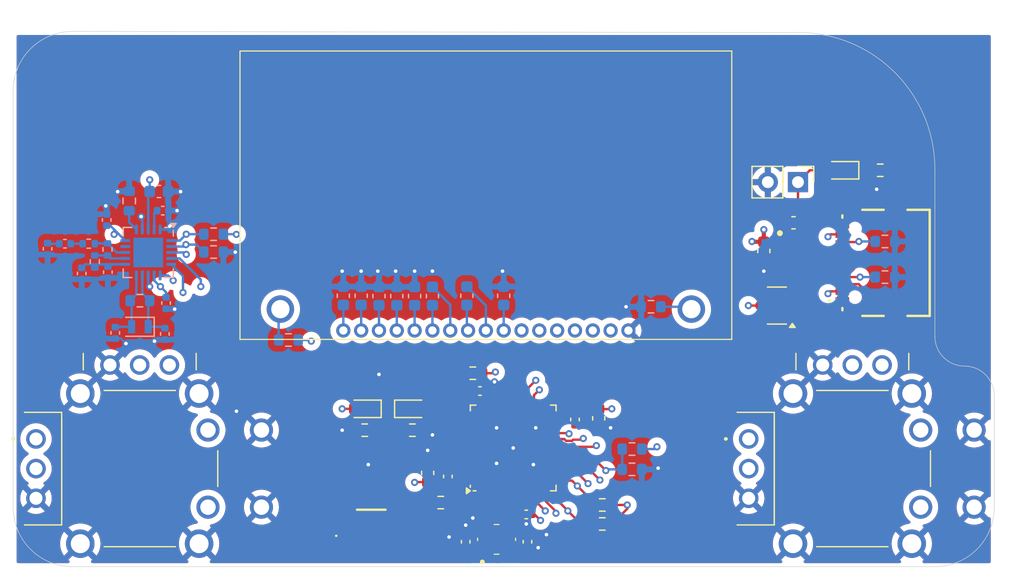
<source format=kicad_pcb>
(kicad_pcb (version 20240108) (generator "pcbnew") (generator_version "8.0")
  (layers (0 "F.Cu" signal) (1 "In1.Cu" signal) (2 "In2.Cu" signal) (31 "B.Cu" signal) (34 "B.Paste" user) (35 "F.Paste" user) (36 "B.SilkS" user "B.Silkscreen") (37 "F.SilkS" user "F.Silkscreen") (38 "B.Mask" user) (39 "F.Mask" user) (44 "Edge.Cuts" user))
  (net 0 "")
  (net 1 "GND")
  (net 2 "V_Bat")
  (net 3 "3.3V_Digi")
  (net 4 "/Controller/RCC_OSC_OUT")
  (net 5 "/Controller/RCC_OSC_IN")
  (net 6 "+5V_USB")
  (net 7 "/Controller/V_Bat_Div")
  (net 8 "/Controller/USB_D-")
  (net 9 "/Controller/USB_D+")
  (net 10 "/Controller/I2C1_SCL")
  (net 11 "/Controller/I2C2.SCL")
  (net 12 "/Controller/I2C1_SDA")
  (net 13 "/Controller/SPI2.SCK")
  (net 14 "/Controller/SWDIO")
  (net 15 "/Controller/SPI2.MISO")
  (net 16 "/Controller/SPI2.MOSI")
  (net 17 "/Controller/I2C2.SDA")
  (net 18 "Net-(U3-DVDD)")
  (net 19 "Net-(U3-XC2)")
  (net 20 "Net-(U3-XC1)")
  (net 21 "Net-(C17-Pad1)")
  (net 22 "/50 OhmRF I{slash}O")
  (net 23 "Net-(U3-VDD_PA)")
  (net 25 "Net-(U3-ANT1)")
  (net 26 "Net-(U3-ANT2)")
  (net 27 "/CS_NRF")
  (net 28 "/CE_NRF")
  (net 29 "Net-(U3-IREF)")
  (net 30 "/IRQ_NRF")
  (net 31 "/A_1")
  (net 32 "/A_0")
  (net 33 "/B_0")
  (net 34 "/B_1")
  (net 35 "/A_2")
  (net 36 "/B_2")
  (net 37 "/Controller/SWCLK")
  (net 38 "unconnected-(J1-CC1-PadA5)")
  (net 39 "unconnected-(J1-CC2-PadB5)")
  (net 40 "Net-(J1-D+-PadA6)")
  (net 41 "Net-(J1-D--PadA7)")
  (net 42 "Net-(C8-Pad2)")
  (net 43 "unconnected-(J_VBAT1-Pad1)")
  (net 44 "unconnected-(D2-K-Pad1)")
  (net 45 "unconnected-(D2-A-Pad2)")
  (net 46 "Net-(D1-K)")
  (net 47 "Net-(D3-K)")
  (net 48 "Net-(DS1-V4)")
  (net 49 "Net-(DS1-C2+)")
  (net 50 "Net-(DS1-C2-)")
  (net 51 "Net-(DS1-C1-)")
  (net 52 "Net-(DS1-C1+)")
  (net 53 "Net-(DS1-V3)")
  (net 54 "Net-(DS1-V2)")
  (net 55 "Net-(DS1-V1)")
  (net 56 "Net-(DS1-V0)")
  (net 57 "Net-(DS1-VOUT)")
  (net 58 "Net-(DS1-PadMH1)")
  (net 59 "Net-(DS1-PadMH2)")
  (net 60 "/Controller/PB2")
  (net 61 "/Controller/PB1")
  (net 62 "Net-(S3-NO_1)")
  (footprint "Capacitor_SMD:C_0603_1608Metric" (layer "F.Cu") (at 123.8 81.5 -90)
    (property "Reference" "C4" (hide yes))
    (property "Value" "4.7u")
  )
  (footprint "Capacitor_SMD:C_0603_1608Metric" (layer "F.Cu") (at 138.2 76.9 90)
    (property "Reference" "C14" (hide yes))
    (property "Value" "1u")
  )
  (footprint "Resistor_SMD:R_0603_1608Metric" (layer "F.Cu") (at 124.9 84 180)
    (property "Reference" "J_VBAT1" (hide yes))
    (property "Value" "0")
  )
  (footprint "Capacitor_SMD:C_0603_1608Metric" (layer "F.Cu") (at 154.6 60.425)
    (property "Reference" "C1" (hide yes))
    (property "Value" "2u2/10V/X5")
  )
  (footprint "FC_footrpints:GSB1C41110SSHR" (layer "F.Cu") (at 162.1 63.8 90)
    (property "Reference" "J1" (hide yes))
    (property "Value" "USB_C_Receptacle_USB2.0_16P" (hide yes))
  )
  (footprint "Package_DFN_QFN:QFN-48-1EP_7x7mm_P0.5mm_EP5.6x5.6mm" (layer "F.Cu") (at 131 79.4 90)
    (property "Reference" "U2" (hide yes))
    (property "Value" "STM32L412CBUx")
  )
  (footprint "Resistor_SMD:R_0603_1608Metric" (layer "F.Cu") (at 161.9 56 180)
    (property "Reference" "R5" (hide yes))
    (property "Value" "10k")
  )
  (footprint "Capacitor_SMD:C_0402_1005Metric" (layer "F.Cu") (at 132.1 85)
    (property "Reference" "C7" (hide yes))
    (property "Value" "100n")
  )
  (footprint "Package_TO_SOT_SMD:SOT-23-6" (layer "F.Cu") (at 153.2 67.4 180)
    (property "Reference" "U1" (hide yes))
    (property "Value" "USBLC6-2SC6")
  )
  (footprint "Resistor_SMD:R_0603_1608Metric" (layer "F.Cu") (at 118.5 77.9)
    (property "Reference" "R6" (hide yes))
    (property "Value" "TODO")
  )
  (footprint "Resistor_SMD:R_0603_1608Metric" (layer "F.Cu") (at 122.5125 77.9 180)
    (property "Reference" "R18" (hide yes))
    (property "Value" "TODO")
  )
  (footprint "Capacitor_SMD:C_0402_1005Metric" (layer "F.Cu") (at 127 87.3 -90)
    (property "Reference" "C16" (hide yes))
    (property "Value" "TODO")
  )
  (footprint "FC_footrpints:NHDC12832A1ZFSWFBW3V3" (layer "F.Cu") (at 116.7 69.5)
    (property "Reference" "DS1" (hide yes))
    (property "Value" "NHD-C12832A1Z-FSW-FBW-3V3" (hide yes))
  )
  (footprint "FC_footrpints:435441019830" (layer "F.Cu") (at 119.05 86 180)
    (property "Reference" "S3" (hide yes))
    (property "Value" "435441019830" (hide yes))
  )
  (footprint "Resistor_SMD:R_0603_1608Metric" (layer "F.Cu") (at 127.6 73.1)
    (property "Reference" "J_VUSB1" (hide yes))
    (property "Value" "0")
  )
  (footprint "Capacitor_SMD:C_0402_1005Metric" (layer "F.Cu") (at 125.5 81.8 -90)
    (property "Reference" "C6" (hide yes))
    (property "Value" "100n")
  )
  (footprint "FC_footrpints:SON40P120X120X60-7N-D" (layer "F.Cu") (at 154.4 62.3)
    (property "Reference" "IC1" (hide yes))
    (property "Value" "MIC5528-3.3YMT-TR" (hide yes))
  )
  (footprint "FC_footrpints:THB001P" (layer "F.Cu") (at 90.825 78.6375 90)
    (property "Reference" "S1" (hide yes))
    (property "Value" "THB001P" (hide yes))
  )
  (footprint "Capacitor_SMD:C_0402_1005Metric" (layer "F.Cu") (at 132.2 87.3 90)
    (property "Reference" "C15" (hide yes))
    (property "Value" "TODO")
  )
  (footprint "Capacitor_SMD:C_0603_1608Metric" (layer "F.Cu") (at 152.1 62.8 90)
    (property "Reference" "C2" (hide yes))
    (property "Value" "2u2/10V/X5")
  )
  (footprint "LED_SMD:LED_0603_1608Metric" (layer "F.Cu") (at 122.5 76.1)
    (property "Reference" "D2" (hide yes))
    (property "Value" "LED_Status")
  )
  (footprint "Resistor_SMD:R_0603_1608Metric" (layer "F.Cu") (at 138.5 85.8 180)
    (property "Reference" "R11" (hide yes))
    (property "Value" "1M")
  )
  (footprint "FC_footrpints:THB001P" (layer "F.Cu") (at 150.825 78.6375 90)
    (property "Reference" "S2" (hide yes))
    (property "Value" "THB001P" (hide yes))
  )
  (footprint "Capacitor_SMD:C_0402_1005Metric" (layer "F.Cu") (at 128.2 74.6 180)
    (property "Reference" "C8" (hide yes))
    (property "Value" "100n")
  )
  (footprint "Resistor_SMD:R_0603_1608Metric" (layer "F.Cu") (at 138.5 84.2 180)
    (property "Reference" "R12" (hide yes))
    (property "Value" "1M")
  )
  (footprint "FC_footrpints:ABM8W480000MHZ6D1XT3" (layer "F.Cu") (at 129.6 87.412)
    (property "Reference" "Y1" (hide yes))
    (property "Value" "Crystal_GND24_Small" (hide yes))
  )
  (footprint "Connector_PinHeader_2.54mm:PinHeader_1x02_P2.54mm_Vertical" (layer "F.Cu") (at 154.975 57 -90)
    (property "Reference" "BT1" (hide yes))
    (property "Value" "Battery")
  )
  (footprint "LED_SMD:LED_0603_1608Metric" (layer "F.Cu") (at 158.6125 56 180)
    (property "Reference" "D1" (hide yes))
    (property "Value" "LED_Small")
  )
  (footprint "LED_SMD:LED_0603_1608Metric" (layer "F.Cu") (at 118.4 76.1 180)
    (property "Reference" "D3" (hide yes))
    (property "Value" "LED_Small")
  )
  (footprint "Capacitor_SMD:C_0402_1005Metric" (layer "F.Cu") (at 136.2 77 90)
    (property "Reference" "C9" (hide yes))
    (property "Value" "100n")
  )
  (footprint "Package_DFN_QFN:QFN-20-1EP_4x4mm_P0.5mm_EP2.5x2.5mm" (layer "B.Cu") (at 100.275 62.925 180)
    (property "Reference" "U3" (hide yes))
    (property "Value" "NRF24L01")
  )
  (footprint "Capacitor_SMD:C_0402_1005Metric" (layer "B.Cu") (at 96.875 64.5875 -90)
    (property "Reference" "C20" (hide yes))
    (property "Value" "4.7p")
  )
  (footprint "Capacitor_SMD:C_0603_1608Metric" (layer "B.Cu") (at 122.7 66.6 -90)
    (property "Reference" "C21" (hide yes))
    (property "Value" "1u")
  )
  (footprint "Capacitor_SMD:C_0402_1005Metric" (layer "B.Cu") (at 96.775 60.1875 -90)
    (property "Reference" "C5" (hide yes))
    (property "Value" "1n")
  )
  (footprint "Capacitor_SMD:C_0402_1005Metric" (layer "B.Cu") (at 91.8 62.62 -90)
    (property "Reference" "C18" (hide yes))
    (property "Value" "1p")
  )
  (footprint "Capacitor_SMD:C_0603_1608Metric" (layer "B.Cu") (at 101.175 57.7875 180)
    (property "Reference" "C3" (hide yes))
    (property "Value" "4.7u DNP")
  )
  (footprint "Resistor_SMD:R_0402_1005Metric" (layer "B.Cu") (at 95.265 62.1875 180)
    (property "Reference" "L3" (hide yes))
    (property "Value" "3.9n")
  )
  (footprint "Capacitor_SMD:C_0603_1608Metric" (layer "B.Cu") (at 119.7 66.6 -90)
    (property "Reference" "C25" (hide yes))
    (property "Value" "1u")
  )
  (footprint "Resistor_SMD:R_0603_1608Metric" (layer "B.Cu") (at 98.675 58.5875 90)
    (property "Reference" "R9" (hide yes))
    (property "Value" "22k")
  )
  (footprint "Capacitor_SMD:C_0402_1005Metric" (layer "B.Cu") (at 93.265 62.1875 180)
    (property "Reference" "C17" (hide yes))
    (property "Value" "1.5p")
  )
  (footprint "Resistor_SMD:R_0402_1005Metric" (layer "B.Cu") (at 96.845 62.6675 90)
    (property "Reference" "L1" (hide yes))
    (property "Value" "8.2n")
  )
  (footprint "Capacitor_SMD:C_0402_1005Metric" (layer "B.Cu") (at 101.675 69.7875 90)
    (property "Reference" "C12" (hide yes))
    (property "Value" "22p")
  )
  (footprint "Resistor_SMD:R_0402_1005Metric" (layer "B.Cu") (at 95.775 63.6875 90)
    (property "Reference" "L2" (hide yes))
    (property "Value" "2.7n")
  )
  (footprint "Resistor_SMD:R_0603_1608Metric" (layer "B.Cu") (at 105.775 61.3875 180)
    (property "Reference" "R4" (hide yes))
    (property "Value" "10k")
  )
  (footprint "Capacitor_SMD:C_0603_1608Metric" (layer "B.Cu") (at 118.2 66.575 -90)
    (property "Reference" "C26" (hide yes))
    (property "Value" "1u")
  )
  (footprint "Resistor_SMD:R_0603_1608Metric" (layer "B.Cu") (at 141 81.2 180)
    (property "Reference" "R8" (hide yes))
    (property "Value" "TODO")
  )
  (footprint "Resistor_SMD:R_0603_1608Metric" (layer "B.Cu") (at 99.575 66.9875)
    (property "Reference" "R10" (hide yes))
    (property "Value" "1M")
  )
  (footprint "Resistor_SMD:R_0603_1608Metric" (layer "B.Cu") (at 162.3 62)
    (property "Reference" "R2" (hide yes))
    (property "Value" "5.1k")
  )
  (footprint "Capacitor_SMD:C_0603_1608Metric" (layer "B.Cu") (at 116.7 66.575 -90)
    (property "Reference" "C27" (hide yes))
    (property "Value" "1u")
  )
  (footprint "Capacitor_SMD:C_0402_1005Metric" (layer "B.Cu") (at 94.675 64.7 90)
    (property "Reference" "C19" (hide yes))
    (property "Value" "2.2n")
  )
  (footprint "Capacitor_SMD:C_0603_1608Metric" (layer "B.Cu") (at 130.2 66.575 -90)
    (property "Reference" "C28" (hide yes))
    (property "Value" "2.2u")
  )
  (footprint "Crystal:Crystal_SMD_2012-2Pin_2.0x1.2mm" (layer "B.Cu") (at 99.575 69.1875 180)
    (property "Reference" "Y2" (hide yes))
    (property "Value" "16MHz")
  )
  (footprint "Capacitor_SMD:C_0402_1005Metric" (layer "B.Cu") (at 101.5 59.4 180)
    (property "Reference" "C10" (hide yes))
    (property "Value" "33n")
  )
  (footprint "Resistor_SMD:R_0603_1608Metric" (layer "B.Cu") (at 141 79.49)
    (property "Reference" "R7" (hide yes))
    (property "Value" "TODO")
  )
  (footprint "Resistor_SMD:R_0603_1608Metric" (layer "B.Cu") (at 162.3 65)
    (property "Reference" "R1" (hide yes))
    (property "Value" "5.1k")
  )
  (footprint "Capacitor_SMD:C_0603_1608Metric" (layer "B.Cu") (at 124.2 66.6 -90)
    (property "Reference" "C22" (hide yes))
    (property "Value" "2.2u")
  )
  (footprint "Resistor_SMD:R_0603_1608Metric" (layer "B.Cu") (at 105.775 62.8875)
    (property "Reference" "R3" (hide yes))
    (property "Value" "10k")
  )
  (footprint "Capacitor_SMD:C_0402_1005Metric" (layer "B.Cu") (at 101.775 67.1875 90)
    (property "Reference" "C11" (hide yes))
    (property "Value" "10n")
  )
  (footprint "Resistor_SMD:R_0603_1608Metric" (layer "B.Cu") (at 142.6 67.5 180)
    (property "Reference" "J2" (hide yes))
    (property "Value" "0")
  )
  (footprint "Capacitor_SMD:C_0603_1608Metric" (layer "B.Cu") (at 121.2 66.6 -90)
    (property "Reference" "C24" (hide yes))
    (property "Value" "1u")
  )
  (footprint "Capacitor_SMD:C_0402_1005Metric" (layer "B.Cu") (at 97.5 69.7 90)
    (property "Reference" "C13" (hide yes))
    (property "Value" "22p")
  )
  (footprint "Resistor_SMD:R_0603_1608Metric" (layer "B.Cu") (at 112.075 70.3 180)
    (property "Reference" "J0" (hide yes))
    (property "Value" "0")
  )
  (footprint "Capacitor_SMD:C_0603_1608Metric" (layer "B.Cu") (at 127.1 66.575 -90)
    (property "Reference" "C23" (hide yes))
    (property "Value" "2.2u")
  )
  (gr_arc (start 169 72.5) (mid 167.232233 71.767767) (end 166.5 70) (stroke (width 0.05)) (layer "Edge.Cuts"))
  (gr_line (start 88.9 84.4) (end 88.9 49.3) (stroke (width 0.05)) (layer "Edge.Cuts"))
  (gr_line (start 166.5 89.4) (end 93.9 89.4) (stroke (width 0.05)) (layer "Edge.Cuts"))
  (gr_line (start 93.9 44.3) (end 154.5 44.4) (stroke (width 0.05)) (layer "Edge.Cuts"))
  (gr_arc (start 93.9 89.4) (mid 90.364466 87.935534) (end 88.9 84.4) (stroke (width 0.05)) (layer "Edge.Cuts"))
  (gr_arc (start 154.5 44.4) (mid 162.953702 47.589615) (end 166.5 55.9) (stroke (width 0.05)) (layer "Edge.Cuts"))
  (gr_line (start 171.5 75) (end 171.5 84.4) (stroke (width 0.05)) (layer "Edge.Cuts"))
  (gr_arc (start 88.9 49.3) (mid 90.364466 45.764466) (end 93.9 44.3) (stroke (width 0.05)) (layer "Edge.Cuts"))
  (gr_arc (start 171.5 84.4) (mid 170.035534 87.935534) (end 166.5 89.4) (stroke (width 0.05)) (layer "Edge.Cuts"))
  (gr_line (start 166.5 70) (end 166.5 55.9) (stroke (width 0.05)) (layer "Edge.Cuts"))
  (gr_arc (start 169 72.5) (mid 170.767767 73.232233) (end 171.5 75) (stroke (width 0.05)) (layer "Edge.Cuts"))
  (segment (start 127.521 86.299) (end 127 86.82) (width 0.2) (layer "F.Cu") (net 1))
  (segment (start 132.2 87.78) (end 133.08 87.78) (width 0.2) (layer "F.Cu") (net 1))
  (segment (start 154.4 62.3) (end 154.4 61) (width 0.2) (layer "F.Cu") (net 1))
  (segment (start 152.1 63.575) (end 152.1 64.5) (width 0.2) (layer "F.Cu") (net 1))
  (segment (start 128.5 86.299) (end 127.521 86.299) (width 0.2) (layer "F.Cu") (net 1))
  (segment (start 125.5 81.32) (end 124.395 81.32) (width 0.2) (layer "F.Cu") (net 1))
  (segment (start 123.8 77.9) (end 124.2 78.3) (width 0.2) (layer "F.Cu") (net 1))
  (segment (start 126.22 81.32) (end 125.5 81.32) (width 0.2) (layer "F.Cu") (net 1))
  (segment (start 153.825 60.025) (end 152.435 58.635) (width 0.2) (layer "F.Cu") (net 1))
  (segment (start 117.675 77.9) (end 116.6 77.9) (width 0.2) (layer "F.Cu") (net 1))
  (segment (start 128.68 74.6) (end 128.68 75.8925) (width 0.2) (layer "F.Cu") (net 1))
  (segment (start 135.87 77.15) (end 134.4375 77.15) (width 0.2) (layer "F.Cu") (net 1))
  (segment (start 158.76 65.6) (end 160.1 65.6) (width 0.2) (layer "F.Cu") (net 1))
  (segment (start 123.3375 77.9) (end 123.8 77.9) (width 0.2) (layer "F.Cu") (net 1))
  (segment (start 160.1 65.6) (end 160.4 65.9) (width 0.2) (layer "F.Cu") (net 1))
  (segment (start 127.5625 81.65) (end 128.75 81.65) (width 0.2) (layer "F.Cu") (net 1))
  (segment (start 127.5625 81.65) (end 126.55 81.65) (width 0.2) (layer "F.Cu") (net 1))
  (segment (start 128.68 74.6) (end 128.68 74.57147) (width 0.2) (layer "F.Cu") (net 1))
  (segment (start 157.25 62.55) (end 157.2 62.5) (width 0.2) (layer "F.Cu") (net 1))
  (segment (start 128.75 81.65) (end 131 79.4) (width 0.2) (layer "F.Cu") (net 1))
  (segment (start 127 86.82) (end 127 85.9) (width 0.2) (layer "F.Cu") (net 1))
  (segment (start 152.875 63.575) (end 152.1 63.575) (width 0.2) (layer "F.Cu") (net 1))
  (segment (start 158.71 67) (end 158.6 67) (width 0.2) (layer "F.Cu") (net 1))
  (segment (start 128.75 75.9625) (end 128.75 77.15) (width 0.2) (layer "F.Cu") (net 1))
  (segment (start 154.4 61) (end 153.825 60.425) (width 0.2) (layer "F.Cu") (net 1))
  (segment (start 138.2 77.675) (end 136.395 77.675) (width 0.2) (layer "F.Cu") (net 1))
  (segment (start 153.75 62.7) (end 152.875 63.575) (width 0.2) (layer "F.Cu") (net 1))
  (segment (start 128.68 74.57147) (end 129.425735 73.825735) (width 0.2) (layer "F.Cu") (net 1))
  (segment (start 131.75 82.8375) (end 131.75 80.15) (width 0.2) (layer "F.Cu") (net 1))
  (segment (start 130.82 87.78) (end 130.7 87.9) (width 0.2) (layer "F.Cu") (net 1))
  (segment (start 152.435 58.635) (end 152.435 57) (width 0.2) (layer "F.Cu") (net 1))
  (segment (start 133.25 77.15) (end 131 79.4) (width 0.2) (layer "F.Cu") (net 1))
  (segment (start 158.6 67) (end 157.1 68.5) (width 0.2) (layer "F.Cu") (net 1))
  (segment (start 131.62 85.32) (end 132.1 85.8) (width 0.2) (layer "F.Cu") (net 1))
  (segment (start 138.2 77.675) (end 139.175 77.675) (width 0.2) (layer "F.Cu") (net 1))
  (segment (start 136.395 77.675) (end 136.2 77.48) (width 0.2) (layer "F.Cu") (net 1))
  (segment (start 139.175 77.675) (end 139.2 77.7) (width 0.2) (layer "F.Cu") (net 1))
  (segment (start 128.75 77.15) (end 131 79.4) (width 0.2) (layer "F.Cu") (net 1))
  (segment (start 131.75 84.87) (end 131.62 85) (width 0.2) (layer "F.Cu") (net 1))
  (segment (start 133.08 87.78) (end 133.1 87.8) (width 0.2) (layer "F.Cu") (net 1))
  (segment (start 126.55 81.65) (end 126.22 81.32) (width 0.2) (layer "F.Cu") (net 1))
  (segment (start 162.725 56) (end 162.725 56.475) (width 0.2) (layer "F.Cu") (net 1))
  (segment (start 128.68 75.8925) (end 128.75 75.9625) (width 0.2) (layer "F.Cu") (net 1))
  (segment (start 153.825 60.425) (end 153.825 60.025) (width 0.2) (layer "F.Cu") (net 1))
  (segment (start 158.71 62.55) (end 157.25 62.55) (width 0.2) (layer "F.Cu") (net 1))
  (segment (start 124.395 81.32) (end 123.8 80.725) (width 0.2) (layer "F.Cu") (net 1))
  (segment (start 132.2 87.78) (end 130.82 87.78) (width 0.2) (layer "F.Cu") (net 1))
  (segment (start 123.8 80.725) (end 123.8 79.6) (width 0.2) (layer "F.Cu") (net 1))
  (segment (start 162.725 56.475) (end 161.6 57.6) (width 0.2) (layer "F.Cu") (net 1))
  (segment (start 158.71 65.55) (end 158.76 65.6) (width 0.2) (layer "F.Cu") (net 1))
  (segment (start 134.4375 77.15) (end 133.25 77.15) (width 0.2) (layer "F.Cu") (net 1))
  (segment (start 131.75 80.15) (end 131 79.4) (width 0.2) (layer "F.Cu") (net 1))
  (segment (start 131.62 85) (end 131.62 85.32) (width 0.2) (layer "F.Cu") (net 1))
  (segment (start 158.71 60.6) (end 157.4 60.6) (width 0.2) (layer "F.Cu") (net 1))
  (segment (start 157.4 60.6) (end 157.3 60.7) (width 0.2) (layer "F.Cu") (net 1))
  (segment (start 136.2 77.48) (end 135.87 77.15) (width 0.2) (layer "F.Cu") (net 1))
  (segment (start 131.75 82.8375) (end 131.75 84.87) (width 0.2) (layer "F.Cu") (net 1))
  (via (at 118.8 80.8) (size 0.6) (drill 0.3) (layers "F.Cu" "B.Cu") (net 1))
  (via (at 132.9 77.7) (size 0.6) (drill 0.3) (layers "F.Cu" "B.Cu") (net 1))
  (via (at 130.1 64.5) (size 0.6) (drill 0.3) (layers "F.Cu" "B.Cu") (net 1))
  (via (at 119.6 64.5) (size 0.6) (drill 0.3) (layers "F.Cu" "B.Cu") (net 1))
  (via (at 124.2 78.3) (size 0.6) (drill 0.3) (layers "F.Cu" "B.Cu") (net 1))
  (via (at 100.8 70.4) (size 0.6) (drill 0.3) (layers "F.Cu" "B.Cu") (net 1))
  (via (at 97.7 57.8) (size 0.6) (drill 0.3) (layers "F.Cu" "B.Cu") (net 1))
  (via (at 122.7 64.5) (size 0.6) (drill 0.3) (layers "F.Cu" "B.Cu") (net 1))
  (via (at 139.2 77.7) (size 0.6) (drill 0.3) (layers "F.Cu" "B.Cu") (net 1))
  (via (at 103 57.8) (size 0.6) (drill 0.3) (layers "F.Cu" "B.Cu") (net 1))
  (via (at 119.7 73.2) (size 0.6) (drill 0.3) (layers "F.Cu" "B.Cu") (net 1))
  (via (at 121.1 64.5) (size 0.6) (drill 0.3) (layers "F.Cu" "B.Cu") (net 1))
  (via (at 127.6 85.3) (size 0.6) (drill 0.3) (layers "F.Cu" "B.Cu") (net 1))
  (via (at 98.4 70.6) (size 0.6) (drill 0.3) (layers "F.Cu" "B.Cu") (net 1))
  (via (at 100.4 65.8) (size 0.6) (drill 0.3) (layers "F.Cu" "B.Cu") (net 1))
  (via (at 116.6 64.5) (size 0.6) (drill 0.3) (layers "F.Cu" "B.Cu") (net 1))
  (via (at 132.7 80.8) (size 0.6) (drill 0.3) (layers "F.Cu" "B.Cu") (net 1))
  (via (at 102.1 60.7) (size 0.6) (drill 0.3) (layers "F.Cu" "B.Cu") (net 1))
  (via (at 123.8 79.6) (size 0.6) (drill 0.3) (layers "F.Cu" "B.Cu") (net 1))
  (via (at 129.6 77.7) (size 0.6) (drill 0.3) (layers "F.Cu" "B.Cu") (net 1))
  (via (at 132.1 85.8) (size 0.6) (drill 0.3) (layers "F.Cu" "B.Cu") (net 1))
  (via (at 161.6 57.6) (size 0.6) (drill 0.3) (layers "F.Cu" "B.Cu") (net 1))
  (via (at 118.2 64.5) (size 0.6) (drill 0.3) (layers "F.Cu" "B.Cu") (net 1))
  (via (at 124.2 64.5) (size 0.6) (drill 0.3) (layers "F.Cu" "B.Cu") (net 1))
  (via (at 129.6 80.7) (size 0.6) (drill 0.3) (layers "F.Cu" "B.Cu") (net 1))
  (via (at 127 85.9) (size 0.6) (drill 0.3) (layers "F.Cu" "B.Cu") (net 1))
  (via (at 133.8 86.7) (size 0.6) (drill 0.3) (layers "F.Cu" "B.Cu") (net 1))
  (via (at 125.6 86.9) (size 0.6) (drill 0.3) (layers "F.Cu" "B.Cu") (net 1))
  (via (at 96.7 59) (size 0.6) (drill 0.3) (layers "F.Cu" "B.Cu") (net 1))
  (via (at 129.425735 73.825735) (size 0.6) (drill 0.3) (layers "F.Cu" "B.Cu") (net 1))
  (via (at 102.5 67.7) (size 0.6) (drill 0.3) (layers "F.Cu" "B.Cu") (net 1))
  (via (at 116.6 77.9) (size 0.6) (drill 0.3) (layers "F.Cu" "B.Cu") (net 1))
  (via (at 131 79.4) (size 0.6) (drill 0.3) (layers "F.Cu" "B.Cu") (net 1))
  (via (at 107.7 76.3) (size 0.6) (drill 0.3) (layers "F.Cu" "B.Cu") (net 1))
  (via (at 107.6 62.9) (size 0.6) (drill 0.3) (layers "F.Cu" "B.Cu") (net 1))
  (via (at 133.1 87.8) (size 0.6) (drill 0.3) (layers "F.Cu" "B.Cu") (net 1))
  (via (at 152.1 64.5) (size 0.6) (drill 0.3) (layers "F.Cu" "B.Cu") (net 1))
  (via (at 143.2 81.1) (size 0.6) (drill 0.3) (layers "F.Cu" "B.Cu") (net 1))
  (via (at 102.7 59.4) (size 0.6) (drill 0.3) (layers "F.Cu" "B.Cu") (net 1))
  (via (at 140.5 67.5) (size 0.6) (drill 0.3) (layers "F.Cu" "B.Cu") (net 1))
  (via (at 99.675 59.9) (size 0.6) (drill 0.3) (layers "F.Cu" "B.Cu") (net 1))
  (segment (start 102.4675 67.6675) (end 102.5 67.7) (width 0.2) (layer "B.Cu") (net 1))
  (segment (start 98.675 57.7625) (end 97.7375 57.7625) (width 0.2) (layer "B.Cu") (net 1))
  (segment (start 100.275 64.8625) (end 100.275 65.675) (width 0.2) (layer "B.Cu") (net 1))
  (segment (start 102.9875 57.7875) (end 103 57.8) (width 0.2) (layer "B.Cu") (net 1))
  (segment (start 101.675 70.2675) (end 100.9325 70.2675) (width 0.2) (layer "B.Cu") (net 1))
  (segment (start 141.825 81.2) (end 143.1 81.2) (width 0.2) (layer "B.Cu") (net 1))
  (segment (start 106.6 62.8875) (end 107.5875 62.8875) (width 0.2) (layer "B.Cu") (net 1))
  (segment (start 97.7375 57.7625) (end 97.7 57.8) (width 0.2) (layer "B.Cu") (net 1))
  (segment (start 100.9325 70.2675) (end 100.8 70.4) (width 0.2) (layer "B.Cu") (net 1))
  (segment (start 96.775 59.7075) (end 96.775 59.075) (width 0.2) (layer "B.Cu") (net 1))
  (segment (start 100.275 65.675) (end 100.4 65.8) (width 0.2) (layer "B.Cu") (net 1))
  (segment (start 99.775 60.9875) (end 99.775 60) (width 0.2) (layer "B.Cu") (net 1))
  (segment (start 96.775 59.075) (end 96.7 59) (width 0.2) (layer "B.Cu") (net 1))
  (segment (start 101.8125 60.9875) (end 102.1 60.7) (width 0.2) (layer "B.Cu") (net 1))
  (segment (start 97.98 70.18) (end 98.4 70.6) (width 0.2) (layer "B.Cu") (net 1))
  (segment (start 101.275 60.9875) (end 101.8125 60.9875) (width 0.2) (layer "B.Cu") (net 1))
  (segment (start 101.98 59.4) (end 102.7 59.4) (width 0.2) (layer "B.Cu") (net 1))
  (segment (start 107.5875 62.8875) (end 107.6 62.9) (width 0.2) (layer "B.Cu") (net 1))
  (segment (start 101.95 57.7875) (end 102.9875 57.7875) (width 0.2) (layer "B.Cu") (net 1))
  (segment (start 97.5 70.18) (end 97.98 70.18) (width 0.2) (layer "B.Cu") (net 1))
  (segment (start 99.775 60) (end 99.675 59.9) (width 0.2) (layer "B.Cu") (net 1))
  (segment (start 143.1 81.2) (end 143.2 81.1) (width 0.2) (layer "B.Cu") (net 1))
  (segment (start 101.775 67.6675) (end 102.4675 67.6675) (width 0.2) (layer "B.Cu") (net 1))
  (segment (start 155.375 61.575) (end 155.05 61.9) (width 0.2) (layer "F.Cu") (net 2))
  (segment (start 155.05 61.9) (end 155.65 61.9) (width 0.2) (layer "F.Cu") (net 2))
  (segment (start 154.975 59.925) (end 154.975 57) (width 0.2) (layer "F.Cu") (net 2))
  (segment (start 155.375 60.425) (end 155.375 60.325) (width 0.2) (layer "F.Cu") (net 2))
  (segment (start 155.375 60.325) (end 154.975 59.925) (width 0.2) (layer "F.Cu") (net 2))
  (segment (start 155.975 56) (end 154.975 57) (width 0.2) (layer "F.Cu") (net 2))
  (segment (start 155.65 61.9) (end 155.65 62.7) (width 0.2) (layer "F.Cu") (net 2))
  (segment (start 157.825 56) (end 155.975 56) (width 0.2) (layer "F.Cu") (net 2))
  (segment (start 155.65 62.7) (end 155.05 62.7) (width 0.2) (layer "F.Cu") (net 2))
  (segment (start 155.375 60.425) (end 155.375 61.575) (width 0.2) (layer "F.Cu") (net 2))
  (via (at 143.1 79.3) (size 0.6) (drill 0.3) (layers "F.Cu" "B.Cu") (net 2))
  (segment (start 142.91 79.49) (end 143.1 79.3) (width 0.2) (layer "B.Cu") (net 2))
  (segment (start 141.825 79.49) (end 142.91 79.49) (width 0.2) (layer "B.Cu") (net 2))
  (segment (start 152.1 62.025) (end 151.125 62.025) (width 0.35) (layer "F.Cu") (net 3))
  (segment (start 134.4375 76.65) (end 136.07 76.65) (width 0.2) (layer "F.Cu") (net 3))
  (segment (start 129.4 73.1) (end 129.5 73) (width 0.2) (layer "F.Cu") (net 3))
  (segment (start 152.1 62.025) (end 152.1 61) (width 0.35) (layer "F.Cu") (net 3))
  (segment (start 127.5625 82.15) (end 125.63 82.15) (width 0.2) (layer "F.Cu") (net 3))
  (segment (start 152.225 61.9) (end 152.1 62.025) (width 0.2) (layer "F.Cu") (net 3))
  (segment (start 151.125 62.025) (end 151.1 62) (width 0.35) (layer "F.Cu") (net 3))
  (segment (start 136.48 76.52) (end 136.875 76.125) (width 0.2) (layer "F.Cu") (net 3))
  (segment (start 153.75 61.9) (end 153 61.9) (width 0.2) (layer "F.Cu") (net 3))
  (segment (start 125.5 82.28) (end 123.805 82.28) (width 0.2) (layer "F.Cu") (net 3))
  (segment (start 124.075 82.55) (end 123.8 82.275) (width 0.2) (layer "F.Cu") (net 3))
  (segment (start 139.325 84.2) (end 140.6 84.2) (width 0.2) (layer "F.Cu") (net 3))
  (segment (start 117.6125 76.1) (end 116.6 76.1) (width 0.2) (layer "F.Cu") (net 3))
  (segment (start 153.75 62.3) (end 153.4 62.3) (width 0.2) (layer "F.Cu") (net 3))
  (segment (start 140.6 84.525) (end 140.6 84.2) (width 0.2) (layer "F.Cu") (net 3))
  (segment (start 132.58 85) (end 132.8 85) (width 0.2) (layer "F.Cu") (net 3))
  (segment (start 136.2 76.52) (end 136.48 76.52) (width 0.2) (layer "F.Cu") (net 3))
  (segment (start 124.075 84) (end 124.075 82.55) (width 0.2) (layer "F.Cu") (net 3))
  (segment (start 132.25 84.67) (end 132.25 82.8375) (width 0.2) (layer "F.Cu") (net 3))
  (segment (start 122.725 82.275) (end 122.7 82.3) (width 0.2) (layer "F.Cu") (net 3))
  (segment (start 132.8 85) (end 133.3 85.5) (width 0.2) (layer "F.Cu") (net 3))
  (segment (start 123.8 82.275) (end 122.725 82.275) (width 0.2) (layer "F.Cu") (net 3))
  (segment (start 123.805 82.28) (end 123.8 82.275) (width 0.2) (layer "F.Cu") (net 3))
  (segment (start 132.58 85) (end 132.25 84.67) (width 0.2) (layer "F.Cu") (net 3))
  (segment (start 136.07 76.65) (end 136.2 76.52) (width 0.2) (layer "F.Cu") (net 3))
  (segment (start 136.875 76.125) (end 138.2 76.125) (width 0.2) (layer "F.Cu") (net 3))
  (segment (start 153 61.9) (end 152.225 61.9) (width 0.2) (layer "F.Cu") (net 3))
  (segment (start 139.325 85.8) (end 140.6 84.525) (width 0.2) (layer "F.Cu") (net 3))
  (segment (start 138.2 76.125) (end 139.275 76.125) (width 0.2) (layer "F.Cu") (net 3))
  (segment (start 128.425 73.1) (end 129.4 73.1) (width 0.2) (layer "F.Cu") (net 3))
  (segment (start 139.275 76.125) (end 139.3 76.1) (width 0.2) (layer "F.Cu") (net 3))
  (segment (start 153.4 62.3) (end 153 61.9) (width 0.2) (layer "F.Cu") (net 3))
  (segment (start 125.63 82.15) (end 125.5 82.28) (width 0.2) (layer "F.Cu") (net 3))
  (via (at 101.3 65.8) (size 0.6) (drill 0.3) (layers "F.Cu" "B.Cu") (net 3))
  (via (at 152.1 61) (size 0.6) (drill 0.3) (layers "F.Cu" "B.Cu") (net 3))
  (via (at 151.1 62) (size 0.6) (drill 0.3) (layers "F.Cu" "B.Cu") (net 3))
  (via (at 129.5 73) (size 0.6) (drill 0.3) (layers "F.Cu" "B.Cu") (net 3))
  (via (at 133.3 85.5) (size 0.6) (drill 0.3) (layers "F.Cu" "B.Cu") (net 3))
  (via (at 140.6 84.2) (size 0.6) (drill 0.3) (layers "F.Cu" "B.Cu") (net 3))
  (via (at 100.4 56.8) (size 0.6) (drill 0.3) (layers "F.Cu" "B.Cu") (net 3))
  (via (at 139.3 76.1) (size 0.6) (drill 0.3) (layers "F.Cu" "B.Cu") (net 3))
  (via (at 107.7 61.4) (size 0.6) (drill 0.3) (layers "F.Cu" "B.Cu") (net 3))
  (via (at 97.4 61.4) (size 0.6) (drill 0.3) (layers "F.Cu" "B.Cu") (net 3))
  (via (at 116.6 76.1) (size 0.6) (drill 0.3) (layers "F.Cu" "B.Cu") (net 3))
  (via (at 114 70.4) (size 0.6) (drill 0.3) (layers "F.Cu" "B.Cu") (net 3))
  (via (at 122.7 82.3) (size 0.6) (drill 0.3) (layers "F.Cu" "B.Cu") (net 3))
  (segment (start 106.6 61.3875) (end 107.6875 61.3875) (width 0.2) (layer "B.Cu") (net 3))
  (segment (start 97.40625 60.99375) (end 98.3375 61.925) (width 0.2) (layer "B.Cu") (net 3))
  (segment (start 101.285614 65.8) (end 101.3 65.8) (width 0.2) (layer "B.Cu") (net 3))
  (segment (start 100.775 65.289386) (end 101.285614 65.8) (width 0.2) (layer "B.Cu") (net 3))
  (segment (start 101.775 66.7075) (end 101.775 66.275) (width 0.2) (layer "B.Cu") (net 3))
  (segment (start 100.775 64.8625) (end 100.775 65.289386) (width 0.2) (layer "B.Cu") (net 3))
  (segment (start 100.275 57.9125) (end 100.4 57.7875) (width 0.2) (layer "B.Cu") (net 3))
  (segment (start 97.4 61) (end 97.4 61.4) (width 0.2) (layer "B.Cu") (net 3))
  (segment (start 97.08 60.6675) (end 97.40625 60.99375) (width 0.2) (layer "B.Cu") (net 3))
  (segment (start 96.775 60.6675) (end 97.08 60.6675) (width 0.2) (layer "B.Cu") (net 3))
  (segment (start 97.40625 60.99375) (end 97.4 61) (width 0.2) (layer "B.Cu") (net 3))
  (segment (start 100.275 60.9875) (end 100.275 57.9125) (width 0.2) (layer "B.Cu") (net 3))
  (segment (start 107.6875 61.3875) (end 107.7 61.4) (width 0.2) (layer "B.Cu") (net 3))
  (segment (start 100.4 56.8) (end 100.4 57.7875) (width 0.2) (layer "B.Cu") (net 3))
  (segment (start 101.775 66.275) (end 101.3 65.8) (width 0.2) (layer "B.Cu") (net 3))
  (segment (start 113.9 70.3) (end 114 70.4) (width 0.2) (layer "B.Cu") (net 3))
  (segment (start 112.9 70.3) (end 113.9 70.3) (width 0.2) (layer "B.Cu") (net 3))
  (segment (start 130.75 82.8375) (end 130.75 86.249) (width 0.2) (layer "F.Cu") (net 4))
  (segment (start 130.75 86.249) (end 130.7 86.299) (width 0.2) (layer "F.Cu") (net 4))
  (segment (start 131.221 86.82) (end 130.7 86.299) (width 0.2) (layer "F.Cu") (net 4))
  (segment (start 132.2 86.82) (end 131.221 86.82) (width 0.2) (layer "F.Cu") (net 4))
  (segment (start 130.25 82.8375) (end 130.25 84.95) (width 0.2) (layer "F.Cu") (net 5))
  (segment (start 130.25 84.95) (end 129.6 85.6) (width 0.2) (layer "F.Cu") (net 5))
  (segment (start 129.6 85.6) (end 129.6 87.074) (width 0.2) (layer "F.Cu") (net 5))
  (segment (start 129.6 87.074) (end 128.774 87.9) (width 0.2) (layer "F.Cu") (net 5))
  (segment (start 128.774 87.9) (end 128.5 87.9) (width 0.2) (layer "F.Cu") (net 5))
  (segment (start 128.5 87.9) (end 127.12 87.9) (width 0.2) (layer "F.Cu") (net 5))
  (segment (start 127.12 87.9) (end 127 87.78) (width 0.2) (layer "F.Cu") (net 5))
  (segment (start 157.7 61.4) (end 157.5 61.6) (width 0.2) (layer "F.Cu") (net 6))
  (segment (start 157.7 66.2) (end 157.5 66.4) (width 0.2) (layer "F.Cu") (net 6))
  (segment (start 152.0625 67.4) (end 150.8 67.4) (width 0.2) (layer "F.Cu") (net 6))
  (segment (start 158.71 61.4) (end 157.7 61.4) (width 0.2) (layer "F.Cu") (net 6))
  (segment (start 158.71 66.2) (end 157.7 66.2) (width 0.2) (layer "F.Cu") (net 6))
  (via (at 157.5 61.6) (size 0.6) (drill 0.3) (layers "F.Cu" "B.Cu") (net 6))
  (via (at 157.5 66.4) (size 0.6) (drill 0.3) (layers "F.Cu" "B.Cu") (net 6))
  (via (at 150.8 67.4) (size 0.6) (drill 0.3) (layers "F.Cu" "B.Cu") (net 6))
  (segment (start 138.8 81.3) (end 138.15 80.65) (width 0.2) (layer "F.Cu") (net 7))
  (segment (start 138.15 80.65) (end 134.4375 80.65) (width 0.2) (layer "F.Cu") (net 7))
  (via (at 138.8 81.3) (size 0.6) (drill 0.3) (layers "F.Cu" "B.Cu") (net 7))
  (segment (start 140.175 79.49) (end 140.175 81.2) (width 0.2) (layer "B.Cu") (net 7))
  (segment (start 140.175 81.2) (end 138.9 81.2) (width 0.2) (layer "B.Cu") (net 7))
  (segment (start 138.9 81.2) (end 138.8 81.3) (width 0.2) (layer "B.Cu") (net 7))
  (segment (start 132.6 72.2) (end 130.25 74.55) (width 0.2) (layer "F.Cu") (net 8))
  (segment (start 152.0625 68.35) (end 149.25 68.35) (width 0.2) (layer "F.Cu") (net 8))
  (segment (start 149.25 68.35) (end 145.4 72.2) (width 0.2) (layer "F.Cu") (net 8))
  (segment (start 145.4 72.2) (end 132.6 72.2) (width 0.2) (layer "F.Cu") (net 8))
  (segment (start 130.25 74.55) (end 130.25 75.9625) (width 0.2) (layer "F.Cu") (net 8))
  (segment (start 132.3 71.8) (end 144.75 71.8) (width 0.2) (layer "F.Cu") (net 9))
  (segment (start 144.75 71.8) (end 150.1 66.45) (width 0.2) (layer "F.Cu") (net 9))
  (segment (start 150.1 66.45) (end 152.0625 66.45) (width 0.2) (layer "F.Cu") (net 9))
  (segment (start 129.75 75.9625) (end 129.75 74.35) (width 0.2) (layer "F.Cu") (net 9))
  (segment (start 129.75 74.35) (end 132.3 71.8) (width 0.2) (layer "F.Cu") (net 9))
  (segment (start 135.65 78.15) (end 134.4375 78.15) (width 0.2) (layer "F.Cu") (net 13))
  (segment (start 135.7 78.2) (end 135.65 78.15) (width 0.2) (layer "F.Cu") (net 13))
  (via (at 135.7 78.2) (size 0.6) (drill 0.3) (layers "F.Cu" "B.Cu") (net 13))
  (via (at 103.475 63.0875) (size 0.6) (drill 0.3) (layers "F.Cu" "B.Cu") (net 13))
  (segment (start 103.3125 62.925) (end 103.475 63.0875) (width 0.2) (layer "B.Cu") (net 13))
  (segment (start 102.2125 62.925) (end 103.3125 62.925) (width 0.2) (layer "B.Cu") (net 13))
  (segment (start 132.75 75.9625) (end 132.75 74.95) (width 0.2) (layer "F.Cu") (net 15))
  (segment (start 132.75 74.95) (end 133.2 74.5) (width 0.2) (layer "F.Cu") (net 15))
  (via (at 103.2 66.3) (size 0.6) (drill 0.3) (layers "F.Cu" "B.Cu") (net 15))
  (via (at 133.2 74.5) (size 0.6) (drill 0.3) (layers "F.Cu" "B.Cu") (net 15))
  (segment (start 103.2 64.9125) (end 102.2125 63.925) (width 0.2) (layer "B.Cu") (net 15))
  (segment (start 103.2 66.3) (end 103.2 64.9125) (width 0.2) (layer "B.Cu") (net 15))
  (segment (start 132.25 74.35) (end 132.9 73.7) (width 0.2) (layer "F.Cu") (net 16))
  (segment (start 132.25 75.9625) (end 132.25 74.35) (width 0.2) (layer "F.Cu") (net 16))
  (via (at 132.9 73.7) (size 0.6) (drill 0.3) (layers "F.Cu" "B.Cu") (net 16))
  (via (at 104.7 65.8) (size 0.6) (drill 0.3) (layers "F.Cu" "B.Cu") (net 16))
  (segment (start 102.9125 63.425) (end 102.2125 63.425) (width 0.2) (layer "B.Cu") (net 16))
  (segment (start 104.7 65.2125) (end 102.9125 63.425) (width 0.2) (layer "B.Cu") (net 16))
  (segment (start 104.7 65.8) (end 104.7 65.2125) (width 0.2) (layer "B.Cu") (net 16))
  (segment (start 100.775 59.645) (end 100.775 60.9875) (width 0.2) (layer "B.Cu") (net 18))
  (segment (start 101.02 59.4) (end 100.775 59.645) (width 0.2) (layer "B.Cu") (net 18))
  (segment (start 100.4 67.2) (end 100.275 67.325) (width 0.2) (layer "B.Cu") (net 19))
  (segment (start 100.275 69.1875) (end 101.555 69.1875) (width 0.2) (layer "B.Cu") (net 19))
  (segment (start 100.4 66.9875) (end 100.4 67.2) (width 0.2) (layer "B.Cu") (net 19))
  (segment (start 99.775 66.3625) (end 100.4 66.9875) (width 0.2) (layer "B.Cu") (net 19))
  (segment (start 100.275 67.325) (end 100.275 69.1875) (width 0.2) (layer "B.Cu") (net 19))
  (segment (start 101.555 69.1875) (end 101.675 69.3075) (width 0.2) (layer "B.Cu") (net 19))
  (segment (start 99.775 64.8625) (end 99.775 66.3625) (width 0.2) (layer "B.Cu") (net 19))
  (segment (start 98.875 69.1875) (end 97.5325 69.1875) (width 0.2) (layer "B.Cu") (net 20))
  (segment (start 97.5325 69.1875) (end 97.5 69.22) (width 0.2) (layer "B.Cu") (net 20))
  (segment (start 98.875 69.1875) (end 98.875 67.1125) (width 0.2) (layer "B.Cu") (net 20))
  (segment (start 99.275 64.8625) (end 99.275 66.4625) (width 0.2) (layer "B.Cu") (net 20))
  (segment (start 98.875 67.1125) (end 98.75 66.9875) (width 0.2) (layer "B.Cu") (net 20))
  (segment (start 99.275 66.4625) (end 98.75 66.9875) (width 0.2) (layer "B.Cu") (net 20))
  (segment (start 94.755 62.1875) (end 93.745 62.1875) (width 0.2) (layer "B.Cu") (net 21))
  (segment (start 91.8475 62.1875) (end 91.8 62.14) (width 0.2) (layer "B.Cu") (net 22))
  (segment (start 92.785 62.1875) (end 91.8475 62.1875) (width 0.2) (layer "B.Cu") (net 22))
  (segment (start 98.3375 63.925) (end 94.97 63.925) (width 0.2) (layer "B.Cu") (net 23))
  (segment (start 98.3375 63.925) (end 96.0475 63.925) (width 0.2) (layer "B.Cu") (net 23))
  (segment (start 98.3375 63.925) (end 97.0575 63.925) (width 0.2) (layer "B.Cu") (net 23))
  (segment (start 97.0575 63.925) (end 96.875 64.1075) (width 0.2) (layer "B.Cu") (net 23))
  (segment (start 96.0475 63.925) (end 95.775 64.1975) (width 0.2) (layer "B.Cu") (net 23))
  (segment (start 94.97 63.925) (end 94.675 64.22) (width 0.2) (layer "B.Cu") (net 23))
  (segment (start 98.3375 63.425) (end 97.0925 63.425) (width 0.2) (layer "B.Cu") (net 25))
  (segment (start 97.0925 63.425) (end 96.845 63.1775) (width 0.2) (layer "B.Cu") (net 25))
  (segment (start 96.845 63.1775) (end 95.775 63.1775) (width 0.2) (layer "B.Cu") (net 25))
  (segment (start 95.805 62.1575) (end 95.775 62.1875) (width 0.2) (layer "B.Cu") (net 26))
  (segment (start 96.845 62.1575) (end 95.805 62.1575) (width 0.2) (layer "B.Cu") (net 26))
  (segment (start 98.3375 62.925) (end 97.6125 62.925) (width 0.2) (layer "B.Cu") (net 26))
  (segment (start 97.6125 62.925) (end 96.845 62.1575) (width 0.2) (layer "B.Cu") (net 26))
  (via (at 103.449265 62.261765) (size 0.6) (drill 0.3) (layers "F.Cu" "B.Cu") (net 27))
  (segment (start 103.28603 62.425) (end 103.449265 62.261765) (width 0.2) (layer "B.Cu") (net 27))
  (segment (start 102.2125 62.425) (end 103.28603 62.425) (width 0.2) (layer "B.Cu") (net 27))
  (segment (start 104.95 62.8875) (end 104.324265 62.261765) (width 0.2) (layer "B.Cu") (net 27))
  (segment (start 104.324265 62.261765) (end 103.449265 62.261765) (width 0.2) (layer "B.Cu") (net 27))
  (via (at 103.475 61.3875) (size 0.6) (drill 0.3) (layers "F.Cu" "B.Cu") (net 28))
  (segment (start 102.9375 61.925) (end 103.475 61.3875) (width 0.2) (layer "B.Cu") (net 28))
  (segment (start 102.2125 61.925) (end 102.9375 61.925) (width 0.2) (layer "B.Cu") (net 28))
  (segment (start 104.95 61.3875) (end 103.475 61.3875) (width 0.2) (layer "B.Cu") (net 28))
  (segment (start 98.675 60.3875) (end 99.275 60.9875) (width 0.2) (layer "B.Cu") (net 29))
  (segment (start 98.675 59.4125) (end 98.675 60.3875) (width 0.2) (layer "B.Cu") (net 29))
  (via (at 102.375 65.2875) (size 0.6) (drill 0.3) (layers "F.Cu" "B.Cu") (net 30))
  (segment (start 101.275 64.8625) (end 101.95 64.8625) (width 0.2) (layer "B.Cu") (net 30))
  (segment (start 101.95 64.8625) (end 102.375 65.2875) (width 0.2) (layer "B.Cu") (net 30))
  (segment (start 134.6 84.751471) (end 134.6 84.9) (width 0.2) (layer "F.Cu") (net 31))
  (segment (start 133.25 82.8375) (end 133.25 83.401471) (width 0.2) (layer "F.Cu") (net 31))
  (segment (start 133.25 83.401471) (end 134.6 84.751471) (width 0.2) (layer "F.Cu") (net 31))
  (via (at 134.6 84.9) (size 0.6) (drill 0.3) (layers "F.Cu" "B.Cu") (net 31))
  (segment (start 132.75 82.8375) (end 132.75 83.75) (width 0.2) (layer "F.Cu") (net 32))
  (segment (start 132.75 83.75) (end 133.7 84.7) (width 0.2) (layer "F.Cu") (net 32))
  (via (at 133.7 84.7) (size 0.6) (drill 0.3) (layers "F.Cu" "B.Cu") (net 32))
  (segment (start 136.55 81.65) (end 134.4375 81.65) (width 0.2) (layer "F.Cu") (net 33))
  (segment (start 137.3 82.4) (end 136.55 81.65) (width 0.2) (layer "F.Cu") (net 33))
  (via (at 137.3 82.4) (size 0.6) (drill 0.3) (layers "F.Cu" "B.Cu") (net 33))
  (segment (start 137.35 81.15) (end 134.4375 81.15) (width 0.2) (layer "F.Cu") (net 34))
  (segment (start 138.3 82.1) (end 137.35 81.15) (width 0.2) (layer "F.Cu") (net 34))
  (via (at 138.3 82.1) (size 0.6) (drill 0.3) (layers "F.Cu" "B.Cu") (net 34))
  (segment (start 135.6 84.6875) (end 135.6 84.7) (width 0.2) (layer "F.Cu") (net 35))
  (segment (start 135.6 84.7) (end 136.7 85.8) (width 0.2) (layer "F.Cu") (net 35))
  (segment (start 136.7 85.8) (end 137.675 85.8) (width 0.2) (layer "F.Cu") (net 35))
  (segment (start 133.75 82.8375) (end 135.6 84.6875) (width 0.2) (layer "F.Cu") (net 35))
  (via (at 135.6 84.7) (size 0.6) (drill 0.3) (layers "F.Cu" "B.Cu") (net 35))
  (segment (start 136.4 82.6) (end 137.675 83.875) (width 0.2) (layer "F.Cu") (net 36))
  (segment (start 134.4375 82.15) (end 135.95 82.15) (width 0.2) (layer "F.Cu") (net 36))
  (segment (start 137.675 83.875) (end 137.675 84.2) (width 0.2) (layer "F.Cu") (net 36))
  (segment (start 135.95 82.15) (end 136.4 82.6) (width 0.2) (layer "F.Cu") (net 36))
  (via (at 136.4 82.6) (size 0.6) (drill 0.3) (layers "F.Cu" "B.Cu") (net 36))
  (segment (start 158.76 65) (end 158.71 65.05) (width 0.2) (layer "F.Cu") (net 38))
  (segment (start 160.2 65) (end 158.76 65) (width 0.2) (layer "F.Cu") (net 38))
  (via (at 160.2 65) (size 0.6) (drill 0.3) (layers "F.Cu" "B.Cu") (net 38))
  (segment (start 161.475 65) (end 160.2 65) (width 0.2) (layer "B.Cu") (net 38))
  (segment (start 160.05 62.05) (end 160.1 62) (width 0.2) (layer "F.Cu") (net 39))
  (segment (start 158.71 62.05) (end 160.05 62.05) (width 0.2) (layer "F.Cu") (net 39))
  (via (at 160.1 62) (size 0.6) (drill 0.3) (layers "F.Cu" "B.Cu") (net 39))
  (segment (start 160.1 62) (end 161.475 62) (width 0.2) (layer "B.Cu") (net 39))
  (segment (start 157.6 63.335) (end 157.6 64.05) (width 0.2) (layer "F.Cu") (net 40))
  (segment (start 157.885 63.05) (end 157.6 63.335) (width 0.2) (layer "F.Cu") (net 40))
  (segment (start 158.71 63.05) (end 157.885 63.05) (width 0.2) (layer "F.Cu") (net 40))
  (segment (start 157.6 64.05) (end 158.71 64.05) (width 0.2) (layer "F.Cu") (net 40))
  (segment (start 156.7375 64.05) (end 157.6 64.05) (width 0.2) (layer "F.Cu") (net 40))
  (segment (start 154.3375 66.45) (end 156.7375 64.05) (width 0.2) (layer "F.Cu") (net 40))
  (segment (start 158.71 63.55) (end 159.535 63.55) (width 0.2) (layer "F.Cu") (net 41))
  (segment (start 158.71 64.55) (end 157.885 64.55) (width 0.2) (layer "F.Cu") (net 41))
  (segment (start 156.4 67.2) (end 155.25 68.35) (width 0.2) (layer "F.Cu") (net 41))
  (segment (start 156.4 66.035) (end 156.4 67.2) (width 0.2) (layer "F.Cu") (net 41))
  (segment (start 159.7 63.715) (end 159.7 64.3) (width 0.2) (layer "F.Cu") (net 41))
  (segment (start 159.7 64.3) (end 159.45 64.55) (width 0.2) (layer "F.Cu") (net 41))
  (segment (start 155.25 68.35) (end 154.3375 68.35) (width 0.2) (layer "F.Cu") (net 41))
  (segment (start 157.885 64.55) (end 156.4 66.035) (width 0.2) (layer "F.Cu") (net 41))
  (segment (start 159.535 63.55) (end 159.7 63.715) (width 0.2) (layer "F.Cu") (net 41))
  (segment (start 159.45 64.55) (end 158.71 64.55) (width 0.2) (layer "F.Cu") (net 41))
  (segment (start 127.72 74.6) (end 127.72 75.4325) (width 0.2) (layer "F.Cu") (net 42))
  (segment (start 127.72 75.4325) (end 128.25 75.9625) (width 0.2) (layer "F.Cu") (net 42))
  (segment (start 126.775 73.655) (end 127.72 74.6) (width 0.2) (layer "F.Cu") (net 42))
  (segment (start 126.775 73.1) (end 126.775 73.655) (width 0.2) (layer "F.Cu") (net 42))
  (segment (start 127.0875 84) (end 128.25 82.8375) (width 0.2) (layer "F.Cu") (net 43))
  (segment (start 125.725 84) (end 127.0875 84) (width 0.2) (layer "F.Cu") (net 43))
  (segment (start 121.7125 77.875) (end 121.6875 77.9) (width 0.2) (layer "F.Cu") (net 44))
  (segment (start 121.7125 76.1) (end 121.7125 77.875) (width 0.2) (layer "F.Cu") (net 44))
  (segment (start 125.55 77.15) (end 127.5625 77.15) (width 0.2) (layer "F.Cu") (net 45))
  (segment (start 124.5 76.1) (end 125.55 77.15) (width 0.2) (layer "F.Cu") (net 45))
  (segment (start 123.2875 76.1) (end 124.5 76.1) (width 0.2) (layer "F.Cu") (net 45))
  (segment (start 159.4 56) (end 161.075 56) (width 0.2) (layer "F.Cu") (net 46))
  (segment (start 119.1875 76.1) (end 119.1875 77.7625) (width 0.2) (layer "F.Cu") (net 47))
  (segment (start 119.1875 77.7625) (end 119.325 77.9) (width 0.2) (layer "F.Cu") (net 47))
  (segment (start 122.7 67.375) (end 122.7 69.5) (width 0.2) (layer "B.Cu") (net 48))
  (segment (start 125.7 67.325) (end 125.7 69.5) (width 0.2) (layer "B.Cu") (net 49))
  (segment (start 124.2 65.825) (end 125.7 67.325) (width 0.2) (layer "B.Cu") (net 49))
  (segment (start 124.2 69.5) (end 124.2 67.375) (width 0.2) (layer "B.Cu") (net 50))
  (segment (start 127.1 65.8) (end 128.7 67.4) (width 0.2) (layer "B.Cu") (net 51))
  (segment (start 128.7 67.4) (end 128.7 69.5) (width 0.2) (layer "B.Cu") (net 51))
  (segment (start 127.1 67.35) (end 127.1 69.4) (width 0.2) (layer "B.Cu") (net 52))
  (segment (start 127.1 69.4) (end 127.2 69.5) (width 0.2) (layer "B.Cu") (net 52))
  (segment (start 121.2 69.5) (end 121.2 67.375) (width 0.2) (layer "B.Cu") (net 53))
  (segment (start 119.7 67.375) (end 119.7 69.5) (width 0.2) (layer "B.Cu") (net 54))
  (segment (start 118.2 69.5) (end 118.2 67.35) (width 0.2) (layer "B.Cu") (net 55))
  (segment (start 116.7 67.35) (end 116.7 69.5) (width 0.2) (layer "B.Cu") (net 56))
  (segment (start 130.2 67.35) (end 130.2 69.5) (width 0.2) (layer "B.Cu") (net 57))
  (segment (start 111.25 70.3) (end 111.25 67.85) (width 0.2) (layer "B.Cu") (net 58))
  (segment (start 111.25 67.85) (end 111.4 67.7) (width 0.2) (layer "B.Cu") (net 58))
  (segment (start 145.8 67.5) (end 146 67.7) (width 0.2) (layer "B.Cu") (net 59))
  (segment (start 143.425 67.5) (end 145.8 67.5) (width 0.2) (layer "B.Cu") (net 59))
  (segment (start 135.451471 78.8) (end 135.948529 78.8) (width 0.2) (layer "F.Cu") (net 60))
  (segment (start 136.8 78.7) (end 136.9 78.6) (width 0.2) (layer "F.Cu") (net 60))
  (segment (start 135.948529 78.8) (end 136.048529 78.7) (width 0.2) (layer "F.Cu") (net 60))
  (segment (start 136.048529 78.7) (end 136.8 78.7) (width 0.2) (layer "F.Cu") (net 60))
  (segment (start 134.4375 78.65) (end 135.301471 78.65) (width 0.2) (layer "F.Cu") (net 60))
  (segment (start 135.301471 78.65) (end 135.451471 78.8) (width 0.2) (layer "F.Cu") (net 60))
  (via (at 136.9 78.6) (size 0.6) (drill 0.3) (layers "F.Cu" "B.Cu") (net 60))
  (segment (start 137.9 79.3) (end 138 79.2) (width 0.2) (layer "F.Cu") (net 61))
  (segment (start 135.385785 79.3) (end 137.9 79.3) (width 0.2) (layer "F.Cu") (net 61))
  (segment (start 134.4375 79.15) (end 135.235785 79.15) (width 0.2) (layer "F.Cu") (net 61))
  (segment (start 135.235785 79.15) (end 135.385785 79.3) (width 0.2) (layer "F.Cu") (net 61))
  (via (at 138 79.2) (size 0.6) (drill 0.3) (layers "F.Cu" "B.Cu") (net 61))
  (segment (start 122.9 85) (end 121.1 86.8) (width 0.2) (layer "F.Cu") (net 62))
  (segment (start 126.819693 85) (end 122.9 85) (width 0.2) (layer "F.Cu") (net 62))
  (segment (start 128.244693 83.575) (end 126.819693 85) (width 0.2) (layer "F.Cu") (net 62))
  (segment (start 121.1 86.8) (end 117 86.8) (width 0.2) (layer "F.Cu") (net 62))
  (segment (start 128.464386 83.575) (end 128.244693 83.575) (width 0.2) (layer "F.Cu") (net 62))
  (segment (start 128.75 83.289386) (end 128.464386 83.575) (width 0.2) (layer "F.Cu") (net 62))
  (segment (start 128.75 82.8375) (end 128.75 83.289386) (width 0.2) (layer "F.Cu") (net 62))
  (zone (net 1) (net_name "GND") (layers "F&B.Cu") (connect_pads (clearance 0.5)) (min_thickness 0.25) (fill yes (thermal_gap 0.5) (thermal_bridge_width 0.5))
    (polygon (pts (xy 88.4 44.3) (xy 173.5 43.9) (xy 172.6 90.1) (xy 87.8 90.7)))
  )
)
</source>
